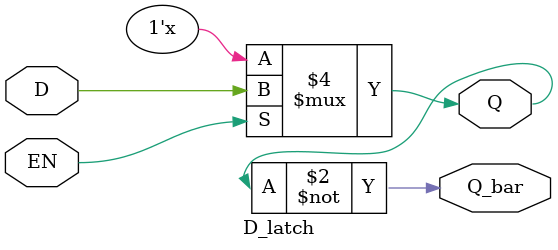
<source format=v>
 module D_latch(
    input   wire D,
    input   wire EN,
    output  reg  Q,
    output  wire  Q_bar   
 );

    always @(*) begin 
        if(EN)
            Q = D;
    end
    assign Q_bar = ~Q;
endmodule

</source>
